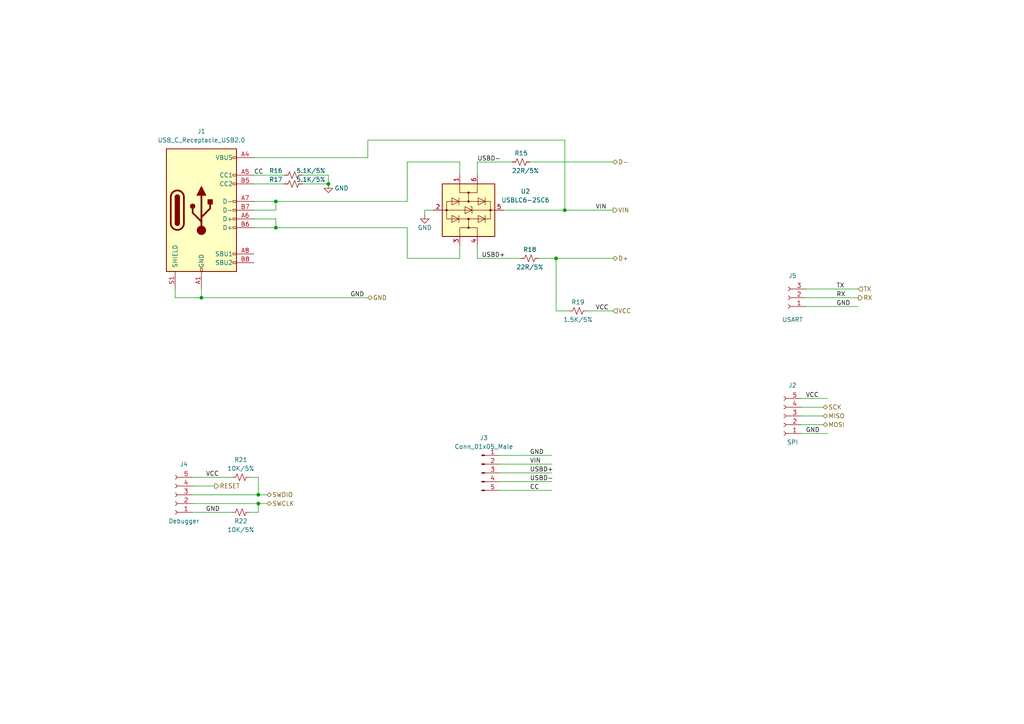
<source format=kicad_sch>
(kicad_sch (version 20211123) (generator eeschema)
  (paper "A4")
  (lib_symbols
    (symbol "Connector:Conn_01x03_Female" (pin_names (offset 1.016) hide)
      (property "Reference" "J" (at 0 5.08 0))
      (property "Value" "Conn_01x03_Female" (at 0 -5.08 0))
      (symbol "Conn_01x03_Female_1_1"
        (arc (start 0 -2.032) (mid -0.508 -2.54) (end 0 -3.048) (stroke (width 0.1524)))
        (polyline (pts (xy -1.27 -2.54) (xy -0.508 -2.54)) (stroke (width 0.1524)))
        (polyline (pts (xy -1.27 0) (xy -0.508 0)) (stroke (width 0.1524)))
        (polyline (pts (xy -1.27 2.54) (xy -0.508 2.54)) (stroke (width 0.1524)))
        (arc (start 0 0.508) (mid -0.508 0) (end 0 -0.508) (stroke (width 0.1524)))
        (arc (start 0 3.048) (mid -0.508 2.54) (end 0 2.032) (stroke (width 0.1524)))
        (pin passive line (at -5.08 2.54 0) (length 3.81) (name "Pin_1") (number "1"))
        (pin passive line (at -5.08 0 0) (length 3.81) (name "Pin_2") (number "2"))
        (pin passive line (at -5.08 -2.54 0) (length 3.81) (name "Pin_3") (number "3"))
      )
    )
    (symbol "Connector:Conn_01x05_Female" (pin_names (offset 1.016) hide)
      (property "Reference" "J" (at 0 7.62 0))
      (property "Value" "Conn_01x05_Female" (at 0 -7.62 0))
      (symbol "Conn_01x05_Female_1_1"
        (arc (start 0 -4.572) (mid -0.508 -5.08) (end 0 -5.588) (stroke (width 0.1524)))
        (arc (start 0 -2.032) (mid -0.508 -2.54) (end 0 -3.048) (stroke (width 0.1524)))
        (polyline (pts (xy -1.27 -5.08) (xy -0.508 -5.08)) (stroke (width 0.1524)))
        (polyline (pts (xy -1.27 -2.54) (xy -0.508 -2.54)) (stroke (width 0.1524)))
        (polyline (pts (xy -1.27 0) (xy -0.508 0)) (stroke (width 0.1524)))
        (polyline (pts (xy -1.27 2.54) (xy -0.508 2.54)) (stroke (width 0.1524)))
        (polyline (pts (xy -1.27 5.08) (xy -0.508 5.08)) (stroke (width 0.1524)))
        (arc (start 0 0.508) (mid -0.508 0) (end 0 -0.508) (stroke (width 0.1524)))
        (arc (start 0 3.048) (mid -0.508 2.54) (end 0 2.032) (stroke (width 0.1524)))
        (arc (start 0 5.588) (mid -0.508 5.08) (end 0 4.572) (stroke (width 0.1524)))
        (pin passive line (at -5.08 5.08 0) (length 3.81) (name "Pin_1") (number "1"))
        (pin passive line (at -5.08 2.54 0) (length 3.81) (name "Pin_2") (number "2"))
        (pin passive line (at -5.08 0 0) (length 3.81) (name "Pin_3") (number "3"))
        (pin passive line (at -5.08 -2.54 0) (length 3.81) (name "Pin_4") (number "4"))
        (pin passive line (at -5.08 -5.08 0) (length 3.81) (name "Pin_5") (number "5"))
      )
    )
    (symbol "Connector:Conn_01x05_Male" (pin_names (offset 1.016) hide)
      (property "Reference" "J" (at 0 7.62 0))
      (property "Value" "Conn_01x05_Male" (at 0 -7.62 0))
      (symbol "Conn_01x05_Male_1_1"
        (polyline (pts (xy 1.27 -5.08) (xy 0.8636 -5.08)) (stroke (width 0.1524)))
        (polyline (pts (xy 1.27 -2.54) (xy 0.8636 -2.54)) (stroke (width 0.1524)))
        (polyline (pts (xy 1.27 0) (xy 0.8636 0)) (stroke (width 0.1524)))
        (polyline (pts (xy 1.27 2.54) (xy 0.8636 2.54)) (stroke (width 0.1524)))
        (polyline (pts (xy 1.27 5.08) (xy 0.8636 5.08)) (stroke (width 0.1524)))
        (rectangle (start 0.8636 -4.953) (end 0 -5.207) (stroke (width 0.1524)) (fill (type outline)))
        (rectangle (start 0.8636 -2.413) (end 0 -2.667) (stroke (width 0.1524)) (fill (type outline)))
        (rectangle (start 0.8636 0.127) (end 0 -0.127) (stroke (width 0.1524)) (fill (type outline)))
        (rectangle (start 0.8636 2.667) (end 0 2.413) (stroke (width 0.1524)) (fill (type outline)))
        (rectangle (start 0.8636 5.207) (end 0 4.953) (stroke (width 0.1524)) (fill (type outline)))
        (pin passive line (at 5.08 5.08 180) (length 3.81) (name "Pin_1") (number "1"))
        (pin passive line (at 5.08 2.54 180) (length 3.81) (name "Pin_2") (number "2"))
        (pin passive line (at 5.08 0 180) (length 3.81) (name "Pin_3") (number "3"))
        (pin passive line (at 5.08 -2.54 180) (length 3.81) (name "Pin_4") (number "4"))
        (pin passive line (at 5.08 -5.08 180) (length 3.81) (name "Pin_5") (number "5"))
      )
    )
    (symbol "Connector:USB_C_Receptacle_USB2.0" (pin_names (offset 1.016))
      (property "Reference" "J" (at -10.16 19.05 0))
      (property "Value" "USB_C_Receptacle_USB2.0" (at 19.05 19.05 0))
      (symbol "USB_C_Receptacle_USB2.0_0_0"
        (rectangle (start -0.254 -17.78) (end 0.254 -16.764))
        (rectangle (start 10.16 -14.986) (end 9.144 -15.494))
        (rectangle (start 10.16 -12.446) (end 9.144 -12.954))
        (rectangle (start 10.16 -4.826) (end 9.144 -5.334))
        (rectangle (start 10.16 -2.286) (end 9.144 -2.794))
        (rectangle (start 10.16 0.254) (end 9.144 -0.254))
        (rectangle (start 10.16 2.794) (end 9.144 2.286))
        (rectangle (start 10.16 7.874) (end 9.144 7.366))
        (rectangle (start 10.16 10.414) (end 9.144 9.906))
        (rectangle (start 10.16 15.494) (end 9.144 14.986))
      )
      (symbol "USB_C_Receptacle_USB2.0_0_1"
        (rectangle (start -10.16 17.78) (end 10.16 -17.78) (stroke (width 0.254)) (fill (type background)))
        (arc (start -8.89 -3.81) (mid -6.985 -5.715) (end -5.08 -3.81) (stroke (width 0.508)))
        (arc (start -7.62 -3.81) (mid -6.985 -4.445) (end -6.35 -3.81) (stroke (width 0.254)))
        (arc (start -7.62 -3.81) (mid -6.985 -4.445) (end -6.35 -3.81) (stroke (width 0.254)) (fill (type outline)))
        (rectangle (start -7.62 -3.81) (end -6.35 3.81) (stroke (width 0.254)) (fill (type outline)))
        (arc (start -6.35 3.81) (mid -6.985 4.445) (end -7.62 3.81) (stroke (width 0.254)))
        (arc (start -6.35 3.81) (mid -6.985 4.445) (end -7.62 3.81) (stroke (width 0.254)) (fill (type outline)))
        (arc (start -5.08 3.81) (mid -6.985 5.715) (end -8.89 3.81) (stroke (width 0.508)))
        (circle (center -2.54 1.143) (radius 0.635) (stroke (width 0.254)) (fill (type outline)))
        (circle (center 0 -5.842) (radius 1.27) (fill (type outline)))
        (polyline (pts (xy -8.89 -3.81) (xy -8.89 3.81)) (stroke (width 0.508)))
        (polyline (pts (xy -5.08 3.81) (xy -5.08 -3.81)) (stroke (width 0.508)))
        (polyline (pts (xy 0 -5.842) (xy 0 4.318)) (stroke (width 0.508)))
        (polyline (pts (xy 0 -3.302) (xy -2.54 -0.762) (xy -2.54 0.508)) (stroke (width 0.508)))
        (polyline (pts (xy 0 -2.032) (xy 2.54 0.508) (xy 2.54 1.778)) (stroke (width 0.508)))
        (polyline (pts (xy -1.27 4.318) (xy 0 6.858) (xy 1.27 4.318) (xy -1.27 4.318)) (stroke (width 0.254)) (fill (type outline)))
        (rectangle (start 1.905 1.778) (end 3.175 3.048) (stroke (width 0.254)) (fill (type outline)))
      )
      (symbol "USB_C_Receptacle_USB2.0_1_1"
        (pin passive line (at 0 -22.86 90) (length 5.08) (name "GND") (number "A1"))
        (pin passive line (at 0 -22.86 90) (length 5.08) hide (name "GND") (number "A12"))
        (pin passive line (at 15.24 15.24 180) (length 5.08) (name "VBUS") (number "A4"))
        (pin bidirectional line (at 15.24 10.16 180) (length 5.08) (name "CC1") (number "A5"))
        (pin bidirectional line (at 15.24 -2.54 180) (length 5.08) (name "D+") (number "A6"))
        (pin bidirectional line (at 15.24 2.54 180) (length 5.08) (name "D-") (number "A7"))
        (pin bidirectional line (at 15.24 -12.7 180) (length 5.08) (name "SBU1") (number "A8"))
        (pin passive line (at 15.24 15.24 180) (length 5.08) hide (name "VBUS") (number "A9"))
        (pin passive line (at 0 -22.86 90) (length 5.08) hide (name "GND") (number "B1"))
        (pin passive line (at 0 -22.86 90) (length 5.08) hide (name "GND") (number "B12"))
        (pin passive line (at 15.24 15.24 180) (length 5.08) hide (name "VBUS") (number "B4"))
        (pin bidirectional line (at 15.24 7.62 180) (length 5.08) (name "CC2") (number "B5"))
        (pin bidirectional line (at 15.24 -5.08 180) (length 5.08) (name "D+") (number "B6"))
        (pin bidirectional line (at 15.24 0 180) (length 5.08) (name "D-") (number "B7"))
        (pin bidirectional line (at 15.24 -15.24 180) (length 5.08) (name "SBU2") (number "B8"))
        (pin passive line (at 15.24 15.24 180) (length 5.08) hide (name "VBUS") (number "B9"))
        (pin passive line (at -7.62 -22.86 90) (length 5.08) (name "SHIELD") (number "S1"))
      )
    )
    (symbol "Device:R_Small_US" (pin_numbers hide) (pin_names (offset 0.254) hide)
      (property "Reference" "R" (at 0.762 0.508 0))
      (property "Value" "R_Small_US" (at 0.762 -1.016 0))
      (symbol "R_Small_US_1_1"
        (polyline (pts (xy 0 0) (xy 1.016 -0.381) (xy 0 -0.762) (xy -1.016 -1.143) (xy 0 -1.524)))
        (polyline (pts (xy 0 1.524) (xy 1.016 1.143) (xy 0 0.762) (xy -1.016 0.381) (xy 0 0)))
        (pin passive line (at 0 2.54 270) (length 1.016) (name "~") (number "1"))
        (pin passive line (at 0 -2.54 90) (length 1.016) (name "~") (number "2"))
      )
    )
    (symbol "Power_Protection:USBLC6-2SC6" (pin_names hide)
      (property "Reference" "U" (at 2.54 8.89 0))
      (property "Value" "USBLC6-2SC6" (at 2.54 -8.89 0))
      (symbol "USBLC6-2SC6_0_1"
        (rectangle (start -7.62 -7.62) (end 7.62 7.62) (stroke (width 0.254)) (fill (type background)))
        (circle (center -5.08 0) (radius 0.254) (fill (type outline)))
        (circle (center -2.54 0) (radius 0.254) (fill (type outline)))
        (rectangle (start -2.54 6.35) (end 2.54 -6.35))
        (circle (center 0 -6.35) (radius 0.254) (fill (type outline)))
        (polyline (pts (xy -5.08 -2.54) (xy -7.62 -2.54)))
        (polyline (pts (xy -5.08 0) (xy -5.08 -2.54)))
        (polyline (pts (xy -5.08 2.54) (xy -7.62 2.54)))
        (polyline (pts (xy -1.524 -2.794) (xy -3.556 -2.794)))
        (polyline (pts (xy -1.524 4.826) (xy -3.556 4.826)))
        (polyline (pts (xy 0 -7.62) (xy 0 -6.35)))
        (polyline (pts (xy 0 -6.35) (xy 0 1.27)))
        (polyline (pts (xy 0 1.27) (xy 0 6.35)))
        (polyline (pts (xy 0 6.35) (xy 0 7.62)))
        (polyline (pts (xy 1.524 -2.794) (xy 3.556 -2.794)))
        (polyline (pts (xy 1.524 4.826) (xy 3.556 4.826)))
        (polyline (pts (xy 5.08 -2.54) (xy 7.62 -2.54)))
        (polyline (pts (xy 5.08 0) (xy 5.08 -2.54)))
        (polyline (pts (xy 5.08 2.54) (xy 7.62 2.54)))
        (polyline (pts (xy -2.54 0) (xy -5.08 0) (xy -5.08 2.54)))
        (polyline (pts (xy 2.54 0) (xy 5.08 0) (xy 5.08 2.54)))
        (polyline (pts (xy -3.556 -4.826) (xy -1.524 -4.826) (xy -2.54 -2.794) (xy -3.556 -4.826)))
        (polyline (pts (xy -3.556 2.794) (xy -1.524 2.794) (xy -2.54 4.826) (xy -3.556 2.794)))
        (polyline (pts (xy -1.016 -1.016) (xy 1.016 -1.016) (xy 0 1.016) (xy -1.016 -1.016)))
        (polyline (pts (xy 1.016 1.016) (xy 0.762 1.016) (xy -1.016 1.016) (xy -1.016 0.508)))
        (polyline (pts (xy 3.556 -4.826) (xy 1.524 -4.826) (xy 2.54 -2.794) (xy 3.556 -4.826)))
        (polyline (pts (xy 3.556 2.794) (xy 1.524 2.794) (xy 2.54 4.826) (xy 3.556 2.794)))
        (circle (center 0 6.35) (radius 0.254) (fill (type outline)))
        (circle (center 2.54 0) (radius 0.254) (fill (type outline)))
        (circle (center 5.08 0) (radius 0.254) (fill (type outline)))
      )
      (symbol "USBLC6-2SC6_1_1"
        (pin passive line (at -10.16 -2.54 0) (length 2.54) (name "I/O1") (number "1"))
        (pin passive line (at 0 -10.16 90) (length 2.54) (name "GND") (number "2"))
        (pin passive line (at 10.16 -2.54 180) (length 2.54) (name "I/O2") (number "3"))
        (pin passive line (at 10.16 2.54 180) (length 2.54) (name "I/O2") (number "4"))
        (pin passive line (at 0 10.16 270) (length 2.54) (name "VBUS") (number "5"))
        (pin passive line (at -10.16 2.54 0) (length 2.54) (name "I/O1") (number "6"))
      )
    )
    (symbol "power:GND" (power) (pin_names (offset 0))
      (property "Value" "GND" (at 0 -3.81 0))
      (symbol "GND_0_1"
        (polyline (pts (xy 0 0) (xy 0 -1.27) (xy 1.27 -1.27) (xy 0 -2.54) (xy -1.27 -1.27) (xy 0 -1.27)))
      )
      (symbol "GND_1_1"
        (pin power_in line (at 0 0 270) (length 0) hide (name "GND") (number "1"))
      )
    )
  )
  (junction (at 80.01 66.04))
  (junction (at 58.42 86.36))
  (junction (at 95.25 53.34))
  (junction (at 74.93 146.05))
  (junction (at 80.01 58.42))
  (junction (at 163.83 60.96))
  (junction (at 161.29 74.93))
  (junction (at 74.93 143.51))
  (wire (pts (xy 138.43 74.93) (xy 151.13 74.93)))
  (wire (pts (xy 73.66 63.5) (xy 80.01 63.5)))
  (wire (pts (xy 232.41 118.11) (xy 238.76 118.11)))
  (wire (pts (xy 80.01 60.96) (xy 80.01 58.42)))
  (wire (pts (xy 118.11 46.99) (xy 133.35 46.99)))
  (wire (pts (xy 144.78 134.62) (xy 160.02 134.62)))
  (wire (pts (xy 87.63 50.8) (xy 95.25 50.8)))
  (wire (pts (xy 50.8 86.36) (xy 58.42 86.36)))
  (wire (pts (xy 55.88 140.97) (xy 62.23 140.97)))
  (wire (pts (xy 50.8 83.82) (xy 50.8 86.36)))
  (wire (pts (xy 73.66 45.72) (xy 106.68 45.72)))
  (wire (pts (xy 233.68 83.82) (xy 248.92 83.82)))
  (wire (pts (xy 74.93 138.43) (xy 74.93 143.51)))
  (wire (pts (xy 118.11 58.42) (xy 118.11 46.99)))
  (wire (pts (xy 72.39 138.43) (xy 74.93 138.43)))
  (wire (pts (xy 74.93 148.59) (xy 74.93 146.05)))
  (wire (pts (xy 233.68 86.36) (xy 248.92 86.36)))
  (wire (pts (xy 106.68 40.64) (xy 163.83 40.64)))
  (wire (pts (xy 232.41 115.57) (xy 240.03 115.57)))
  (wire (pts (xy 156.21 74.93) (xy 161.29 74.93)))
  (wire (pts (xy 161.29 90.17) (xy 165.1 90.17)))
  (wire (pts (xy 118.11 66.04) (xy 118.11 74.93)))
  (wire (pts (xy 146.05 60.96) (xy 163.83 60.96)))
  (wire (pts (xy 55.88 146.05) (xy 74.93 146.05)))
  (wire (pts (xy 163.83 60.96) (xy 177.8 60.96)))
  (wire (pts (xy 55.88 148.59) (xy 67.31 148.59)))
  (wire (pts (xy 123.19 60.96) (xy 123.19 62.23)))
  (wire (pts (xy 133.35 46.99) (xy 133.35 50.8)))
  (wire (pts (xy 125.73 60.96) (xy 123.19 60.96)))
  (wire (pts (xy 138.43 50.8) (xy 138.43 46.99)))
  (wire (pts (xy 118.11 74.93) (xy 133.35 74.93)))
  (wire (pts (xy 73.66 60.96) (xy 80.01 60.96)))
  (wire (pts (xy 55.88 143.51) (xy 74.93 143.51)))
  (wire (pts (xy 144.78 139.7) (xy 160.02 139.7)))
  (wire (pts (xy 232.41 123.19) (xy 238.76 123.19)))
  (wire (pts (xy 55.88 138.43) (xy 67.31 138.43)))
  (wire (pts (xy 95.25 50.8) (xy 95.25 53.34)))
  (wire (pts (xy 232.41 120.65) (xy 238.76 120.65)))
  (wire (pts (xy 133.35 74.93) (xy 133.35 71.12)))
  (wire (pts (xy 170.18 90.17) (xy 177.7729 90.17)))
  (wire (pts (xy 80.01 63.5) (xy 80.01 66.04)))
  (wire (pts (xy 72.39 148.59) (xy 74.93 148.59)))
  (wire (pts (xy 74.93 143.51) (xy 77.47 143.51)))
  (wire (pts (xy 58.42 86.36) (xy 106.68 86.36)))
  (wire (pts (xy 138.43 71.12) (xy 138.43 74.93)))
  (wire (pts (xy 161.29 90.17) (xy 161.29 74.93)))
  (wire (pts (xy 73.66 53.34) (xy 82.55 53.34)))
  (wire (pts (xy 161.29 74.93) (xy 177.8 74.93)))
  (wire (pts (xy 163.83 40.64) (xy 163.83 60.96)))
  (wire (pts (xy 106.68 45.72) (xy 106.68 40.64)))
  (wire (pts (xy 138.43 46.99) (xy 148.59 46.99)))
  (wire (pts (xy 74.93 146.05) (xy 77.47 146.05)))
  (wire (pts (xy 58.42 83.82) (xy 58.42 86.36)))
  (wire (pts (xy 144.78 137.16) (xy 160.02 137.16)))
  (wire (pts (xy 73.66 66.04) (xy 80.01 66.04)))
  (wire (pts (xy 73.66 50.8) (xy 82.55 50.8)))
  (wire (pts (xy 144.78 142.24) (xy 160.02 142.24)))
  (wire (pts (xy 80.01 66.04) (xy 118.11 66.04)))
  (wire (pts (xy 73.66 58.42) (xy 80.01 58.42)))
  (wire (pts (xy 233.68 88.9) (xy 248.92 88.9)))
  (wire (pts (xy 153.67 46.99) (xy 177.8 46.99)))
  (wire (pts (xy 232.41 125.73) (xy 240.03 125.73)))
  (wire (pts (xy 87.63 53.34) (xy 95.25 53.34)))
  (wire (pts (xy 144.78 132.08) (xy 160.02 132.08)))
  (wire (pts (xy 80.01 58.42) (xy 118.11 58.42)))
  (label "VCC" (at 233.68 115.57 0))
  (label "TX" (at 242.57 83.82 0))
  (label "VIN" (at 153.67 134.62 0))
  (label "GND" (at 242.57 88.9 0))
  (label "RX" (at 242.57 86.36 0))
  (label "VIN" (at 172.72 60.96 0))
  (label "GND" (at 153.67 132.08 0))
  (label "USBD-" (at 138.43 46.99 0))
  (label "VCC" (at 172.72 90.17 0))
  (label "USBD-" (at 153.67 139.7 0))
  (label "GND" (at 59.69 148.59 0))
  (label "CC" (at 153.67 142.24 0))
  (label "CC" (at 73.66 50.8 0))
  (label "USBD+" (at 153.67 137.16 0))
  (label "USBD+" (at 139.7 74.93 0))
  (label "VCC" (at 59.69 138.43 0))
  (label "GND" (at 101.6 86.36 0))
  (label "GND" (at 233.68 125.73 0))
  (hierarchical_label "RX" (shape output) (at 248.92 86.36 0))
  (hierarchical_label "TX" (shape input) (at 248.92 83.82 0))
  (hierarchical_label "MOSI" (shape bidirectional) (at 238.76 123.19 0))
  (hierarchical_label "MISO" (shape bidirectional) (at 238.76 120.65 0))
  (hierarchical_label "RESET" (shape output) (at 62.23 140.97 0))
  (hierarchical_label "SCK" (shape bidirectional) (at 238.76 118.11 0))
  (hierarchical_label "VCC" (shape input) (at 177.7729 90.17 0))
  (hierarchical_label "SWDIO" (shape bidirectional) (at 77.47 143.51 0))
  (hierarchical_label "SWCLK" (shape bidirectional) (at 77.47 146.05 0))
  (hierarchical_label "D+" (shape bidirectional) (at 177.8 74.93 0))
  (hierarchical_label "D-" (shape bidirectional) (at 177.8 46.99 0))
  (hierarchical_label "GND" (shape bidirectional) (at 106.68 86.36 0))
  (hierarchical_label "VIN" (shape output) (at 177.8 60.96 0))
  (symbol (lib_id "Connector:Conn_01x05_Female") (at 227.33 120.65 180) (unit 1)
    (property "Reference" "J2" (at 229.87 111.76 0))
    (property "Value" "SPI" (at 229.87 128.27 0))
    (property "Footprint" "Connector_PinHeader_2.00mm:PinHeader_1x05_P2.00mm_Vertical" (effects hide))
  )
  (symbol (lib_id "Device:R_Small_US") (at 69.85 148.59 90) (unit 1)
    (property "Reference" "R22" (at 69.85 151.13 90))
    (property "Value" "10K/5%" (at 69.85 153.67 90))
    (property "Footprint" "Resistor_SMD:R_0603_1608Metric" (effects hide))
  )
  (symbol (lib_id "Device:R_Small_US") (at 167.64 90.17 90) (unit 1)
    (property "Reference" "R19" (at 167.64 87.63 90))
    (property "Value" "1.5K/5%" (at 167.64 92.71 90))
    (property "Footprint" "Resistor_SMD:R_0603_1608Metric" (effects hide))
  )
  (symbol (lib_id "Device:R_Small_US") (at 69.85 138.43 90) (unit 1)
    (property "Reference" "R21" (at 69.85 133.35 90))
    (property "Value" "10K/5%" (at 69.85 135.89 90))
    (property "Footprint" "Resistor_SMD:R_0603_1608Metric" (effects hide))
  )
  (symbol (lib_id "Connector:Conn_01x05_Male") (at 139.7 137.16 0) (unit 1)
    (property "Reference" "J3" (at 140.335 127 0))
    (property "Value" "Conn_01x05_Male" (at 140.335 129.54 0))
    (property "Footprint" "Connector_Molex:Molex_CLIK-Mate_502386-0570_1x05-1MP_P1.25mm_Horizontal" (effects hide))
  )
  (symbol (lib_id "Device:R_Small_US") (at 153.67 74.93 90) (unit 1)
    (property "Reference" "R18" (at 153.67 72.39 90))
    (property "Value" "22R/5%" (at 153.67 77.47 90))
    (property "Footprint" "Resistor_SMD:R_0603_1608Metric" (effects hide))
  )
  (symbol (lib_id "Connector:Conn_01x05_Female") (at 50.8 143.51 180) (unit 1)
    (property "Reference" "J4" (at 53.34 134.62 0))
    (property "Value" "Debugger" (at 53.34 151.13 0))
    (property "Footprint" "Connector_PinHeader_2.00mm:PinHeader_1x05_P2.00mm_Vertical" (effects hide))
  )
  (symbol (lib_id "Power_Protection:USBLC6-2SC6") (at 135.89 60.96 270) (unit 1)
    (property "Reference" "U2" (at 152.4 55.4988 90))
    (property "Value" "USBLC6-2SC6" (at 152.4 58.0388 90))
    (property "Footprint" "Package_TO_SOT_SMD:SOT-23-6" (effects hide))
    (property "Datasheet" "https://www.st.com/resource/en/datasheet/usblc6-2.pdf" (effects hide))
  )
  (symbol (lib_id "Device:R_Small_US") (at 151.13 46.99 90) (unit 1)
    (property "Reference" "R15" (at 151.13 44.45 90))
    (property "Value" "22R/5%" (at 152.4 49.53 90))
    (property "Footprint" "Resistor_SMD:R_0603_1608Metric" (effects hide))
  )
  (symbol (lib_id "Connector:Conn_01x03_Female") (at 228.6 86.36 180) (unit 1)
    (property "Reference" "J5" (at 229.87 80.01 0))
    (property "Value" "USART" (at 229.87 92.71 0))
    (property "Footprint" "Connector_PinHeader_2.00mm:PinHeader_1x03_P2.00mm_Vertical" (effects hide))
  )
  (symbol (lib_id "power:GND") (at 123.19 62.23 0) (unit 1)
    (property "Reference" "#PWR017" (effects hide))
    (property "Value" "GND" (at 123.19 66.04 0))
  )
  (symbol (lib_id "Connector:USB_C_Receptacle_USB2.0") (at 58.42 60.96 0) (unit 1)
    (property "Reference" "J1" (at 58.42 38.1 0))
    (property "Value" "USB_C_Receptacle_USB2.0" (at 58.42 40.64 0))
    (property "Footprint" "Connector_USB:USB_C_Receptacle_HRO_TYPE-C-31-M-12" (effects hide))
    (property "Datasheet" "https://www.usb.org/sites/default/files/documents/usb_type-c.zip" (effects hide))
  )
  (symbol (lib_id "Device:R_Small_US") (at 85.09 53.34 90) (unit 1)
    (property "Reference" "R17" (at 80.01 52.07 90))
    (property "Value" "5.1K/5%" (at 90.17 52.07 90))
    (property "Footprint" "Resistor_SMD:R_0603_1608Metric" (effects hide))
  )
  (symbol (lib_id "power:GND") (at 95.25 53.34 0) (unit 1)
    (property "Reference" "#PWR016" (effects hide))
    (property "Value" "GND" (at 99.06 54.61 0))
  )
  (symbol (lib_id "Device:R_Small_US") (at 85.09 50.8 90) (unit 1)
    (property "Reference" "R16" (at 80.01 49.53 90))
    (property "Value" "5.1K/5%" (at 90.17 49.53 90))
    (property "Footprint" "Resistor_SMD:R_0603_1608Metric" (effects hide))
  )
)
</source>
